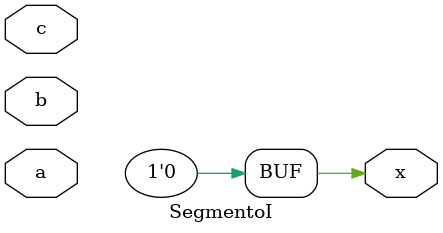
<source format=sv>
module SegmentoI(a,b,c,x);
   input a,b,c;
  output x;
  
  assign x=0;
  
endmodule
</source>
